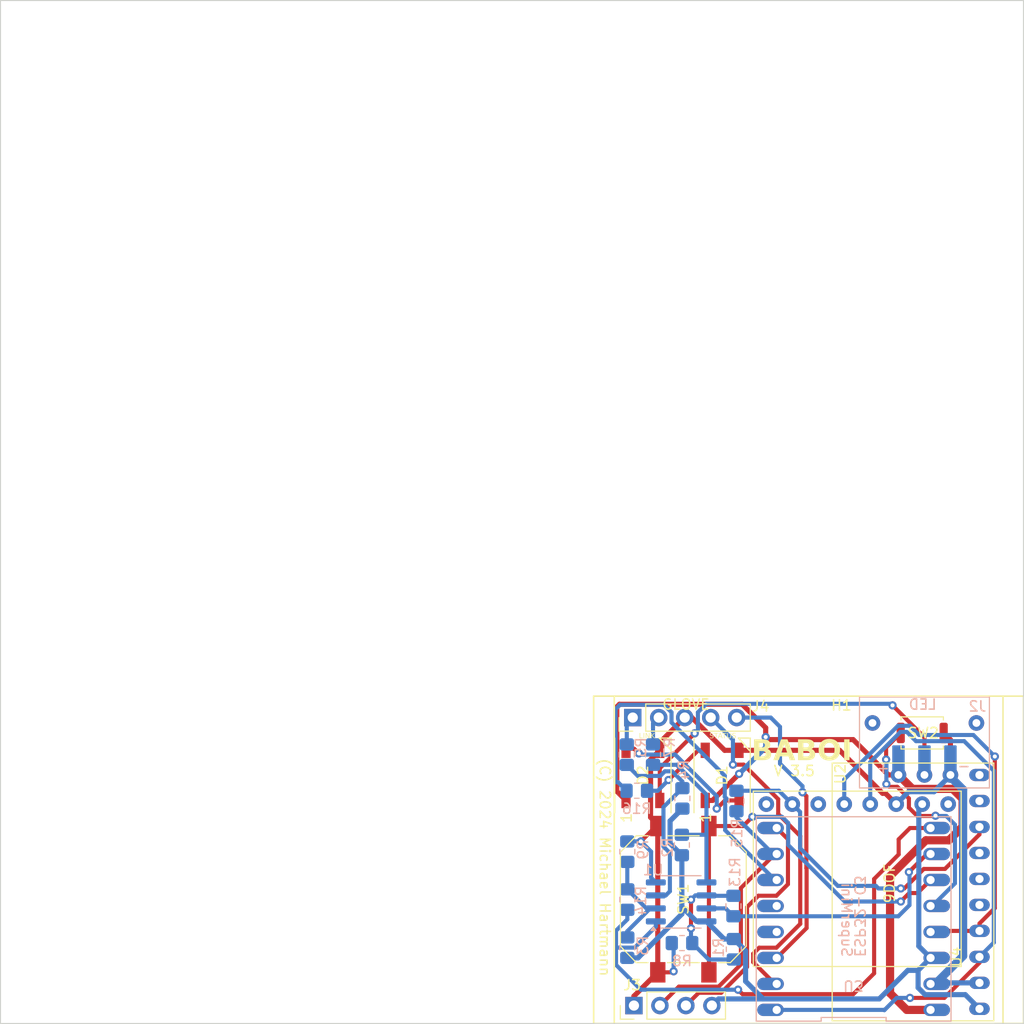
<source format=kicad_pcb>
(kicad_pcb (version 20240108) (generator "pcbnew") (generator_version "8.0")
  (layers (0 "F.Cu" signal) (31 "B.Cu" signal) (34 "B.Paste" user) (35 "F.Paste" user) (36 "B.SilkS" user "B.Silkscreen") (37 "F.SilkS" user "F.Silkscreen") (38 "B.Mask" user) (39 "F.Mask" user) (44 "Edge.Cuts" user))
  (net 0 "")
  (net 1 "/VBUS")
  (net 2 "Net-(D1-DOUT)")
  (net 3 "Net-(D1-DIN)")
  (net 4 "GND1")
  (net 5 "Net-(J4-Pin_2)")
  (net 6 "Net-(J4-Pin_1)")
  (net 7 "Net-(J3-Pin_2)")
  (net 8 "Net-(J3-Pin_3)")
  (net 9 "Net-(U1-VinB+)")
  (net 10 "Net-(D2-DOUT)")
  (net 11 "/VCC_3V3")
  (net 12 "/SPARE1")
  (net 13 "Net-(U1-VinA+)")
  (net 14 "Net-(U1-VinB-)")
  (net 15 "Net-(U1-VinA-)")
  (net 16 "/ADC1_1")
  (net 17 "/ADC1_0")
  (net 18 "Net-(U2-INT)")
  (net 19 "Net-(U3-GPIO10)")
  (net 20 "/BUTTON1")
  (net 21 "/SPARE2")
  (net 22 "/BUTTON2")
  (net 32 "/SCL")
  (net 33 "/SDA")
  (footprint "MountingHole:MountingHole_2mm" (layer "F.Cu") (at 169 95.75)
    (property "Reference" "H1" (at 3.2 -1.85 180) (layer "F.SilkS"))
    (property "Value" "MountingHole" (hide yes))
    (pad "" np_thru_hole circle (at 0 0) (size 2 2) (drill 2) (layers "*.Cu" "*.Mask"))
  )
  (footprint "Connector_PinHeader_2.54mm:PinHeader_1x04_P2.54mm_Vertical" (layer "F.Cu") (at 151.92 123.25 90)
    (property "Reference" "J3" (at 2 -0.17 0) (layer "F.SilkS"))
    (property "Value" "Conn_01x04_Pin" (hide yes))
    (pad "1" thru_hole rect (at 0 0 90) (size 1.7 1.7) (drill 1) (layers "*.Cu" "*.Mask") (net 4 "GND1"))
    (pad "2" thru_hole oval (at 0 2.54 90) (size 1.7 1.7) (drill 1) (layers "*.Cu" "*.Mask") (net 7 "Net-(J3-Pin_2)"))
    (pad "3" thru_hole oval (at 0 5.08 90) (size 1.7 1.7) (drill 1) (layers "*.Cu" "*.Mask") (net 8 "Net-(J3-Pin_3)"))
    (pad "4" thru_hole oval (at 0 7.62 90) (size 1.7 1.7) (drill 1) (layers "*.Cu" "*.Mask") (net 11 "/VCC_3V3"))
  )
  (footprint "LED_SMD:LED_WS2812B_PLCC4_5.0x5.0mm_P3.2mm" (layer "F.Cu") (at 152.797 100.75 90)
    (property "Reference" "D2" (at 0 0 90) (layer "F.SilkS"))
    (property "Value" "WS2812B" (hide yes))
    (fp_text user "1" (at -4.15 -1.6 90) (layer "F.SilkS"))
    (pad "1" smd rect (at -2.45 -1.65 90) (size 1.5 0.9) (layers "F.Cu" "F.Paste" "F.Mask") (net 1 "/VBUS"))
    (pad "2" smd rect (at -2.45 1.65 90) (size 1.5 0.9) (layers "F.Cu" "F.Paste" "F.Mask") (net 10 "Net-(D2-DOUT)"))
    (pad "3" smd rect (at 2.45 1.65 90) (size 1.5 0.9) (layers "F.Cu" "F.Paste" "F.Mask") (net 4 "GND1"))
    (pad "4" smd rect (at 2.45 -1.65 90) (size 1.5 0.9) (layers "F.Cu" "F.Paste" "F.Mask") (net 2 "Net-(D1-DOUT)"))
  )
  (footprint "LED_SMD:LED_WS2812B_PLCC4_5.0x5.0mm_P3.2mm" (layer "F.Cu") (at 160.542 100.748 90)
    (property "Reference" "D1" (at 0 0 90) (layer "F.SilkS"))
    (property "Value" "WS2812B" (hide yes))
    (fp_text user "1" (at -4.15 -1.6 90) (layer "F.SilkS"))
    (pad "1" smd rect (at -2.45 -1.65 90) (size 1.5 0.9) (layers "F.Cu" "F.Paste" "F.Mask") (net 1 "/VBUS"))
    (pad "2" smd rect (at -2.45 1.65 90) (size 1.5 0.9) (layers "F.Cu" "F.Paste" "F.Mask") (net 2 "Net-(D1-DOUT)"))
    (pad "3" smd rect (at 2.45 1.65 90) (size 1.5 0.9) (layers "F.Cu" "F.Paste" "F.Mask") (net 4 "GND1"))
    (pad "4" smd rect (at 2.45 -1.65 90) (size 1.5 0.9) (layers "F.Cu" "F.Paste" "F.Mask") (net 3 "Net-(D1-DIN)"))
  )
  (footprint "Button_Switch_SMD:SW_Push_SPST_NO_Alps_SKRK" (layer "F.Cu") (at 180.1 96.6)
    (property "Reference" "SW2" (at 0.1 0 360) (layer "F.SilkS"))
    (property "Value" "SW_DIP_x01" (hide yes))
    (pad "1" smd roundrect (at -2.1 0) (size 0.8 2) (layers "F.Cu" "F.Paste" "F.Mask") (net 22 "/BUTTON2"))
    (pad "2" smd roundrect (at 2.1 0) (size 0.8 2) (layers "F.Cu" "F.Paste" "F.Mask") (net 4 "GND1"))
  )
  (footprint "midi_arm:GY-85" (layer "F.Cu") (at 187.72 103.5558 -90)
    (property "Reference" "U4" (at 14.9442 4.32 90) (layer "F.SilkS"))
    (property "Value" "~" (hide yes))
    (pad "1" thru_hole circle (at 0 5.08 270) (size 1.524 1.524) (drill 0.762) (layers "*.Cu" "*.Mask"))
    (pad "2" thru_hole circle (at 0 7.62 270) (size 1.524 1.524) (drill 0.762) (layers "*.Cu" "*.Mask") (net 11 "/VCC_3V3"))
    (pad "3" thru_hole circle (at 0 10.16 270) (size 1.524 1.524) (drill 0.762) (layers "*.Cu" "*.Mask") (net 4 "GND1"))
    (pad "4" thru_hole circle (at 0 12.7 270) (size 1.524 1.524) (drill 0.762) (layers "*.Cu" "*.Mask") (net 32 "/SCL"))
    (pad "5" thru_hole circle (at 0 15.24 270) (size 1.524 1.524) (drill 0.762) (layers "*.Cu" "*.Mask") (net 33 "/SDA"))
    (pad "6" thru_hole circle (at 0 17.78 270) (size 1.524 1.524) (drill 0.762) (layers "*.Cu" "*.Mask"))
    (pad "7" thru_hole circle (at 0 20.32 270) (size 1.524 1.524) (drill 0.762) (layers "*.Cu" "*.Mask") (net 18 "Net-(U2-INT)"))
    (pad "8" thru_hole circle (at 0 22.86 270) (size 1.524 1.524) (drill 0.762) (layers "*.Cu" "*.Mask"))
  )
  (footprint "midi_arm:9250_MOD" (layer "F.Cu") (at 185.7 112.141 90)
    (property "Reference" "U2" (at 11.541 -13.6 90) (layer "F.SilkS"))
    (property "Value" "~")
    (fp_text user "9DOF" (at -1.2 -8.2 90) (layer "F.SilkS") (effects (justify left bottom)))
    (pad "1" thru_hole oval (at -11.43 0 90) (size 1.2 2) (drill 0.8) (layers "*.Cu" "*.Mask") (net 11 "/VCC_3V3"))
    (pad "2" thru_hole oval (at -8.89 0 90) (size 1.2 2) (drill 0.8) (layers "*.Cu" "*.Mask") (net 4 "GND1"))
    (pad "3" thru_hole oval (at -6.35 0 90) (size 1.2 2) (drill 0.8) (layers "*.Cu" "*.Mask") (net 32 "/SCL"))
    (pad "4" thru_hole oval (at -3.81 0 90) (size 1.2 2) (drill 0.8) (layers "*.Cu" "*.Mask") (net 33 "/SDA"))
    (pad "5" thru_hole oval (at -1.27 0 90) (size 1.2 2) (drill 0.8) (layers "*.Cu" "*.Mask"))
    (pad "6" thru_hole oval (at 1.27 0 90) (size 1.2 2) (drill 0.8) (layers "*.Cu" "*.Mask"))
    (pad "7" thru_hole oval (at 3.81 0 90) (size 1.2 2) (drill 0.8) (layers "*.Cu" "*.Mask"))
    (pad "8" thru_hole oval (at 6.35 0 90) (size 1.2 2) (drill 0.8) (layers "*.Cu" "*.Mask") (net 18 "Net-(U2-INT)"))
    (pad "9" thru_hole oval (at 8.89 0 90) (size 1.2 2) (drill 0.8) (layers "*.Cu" "*.Mask"))
    (pad "10" thru_hole oval (at 11.43 0 90) (size 1.2 2) (drill 0.8) (layers "*.Cu" "*.Mask"))
  )
  (footprint "midi_arm:SW_Push_SMD" (layer "F.Cu") (at 156.75 112.85 -90)
    (property "Reference" "SW1" (at 0 0 90) (layer "F.SilkS"))
    (property "Value" "SW_MEC_5E" (hide yes))
    (pad "1" smd rect (at -7.15 -2.5 270) (size 2 1.5) (layers "F.Cu" "F.Paste" "F.Mask") (net 20 "/BUTTON1"))
    (pad "1" smd rect (at 7.15 -2.5 270) (size 2 1.5) (layers "F.Cu" "F.Paste" "F.Mask") (net 20 "/BUTTON1"))
    (pad "2" smd rect (at -7.15 2.5 270) (size 2 1.5) (layers "F.Cu" "F.Paste" "F.Mask") (net 4 "GND1"))
    (pad "2" smd rect (at 7.15 2.5 270) (size 2 1.5) (layers "F.Cu" "F.Paste" "F.Mask") (net 4 "GND1"))
  )
  (footprint "Connector_PinHeader_2.54mm:PinHeader_1x05_P2.54mm_Vertical" (layer "F.Cu") (at 151.8054 95.0976 90)
    (property "Reference" "J4" (at 1.0976 12.4946 180) (layer "F.SilkS"))
    (property "Value" "Conn_01x05_Pin" (hide yes))
    (pad "1" thru_hole rect (at 0 0 90) (size 1.7 1.7) (drill 1) (layers "*.Cu" "*.Mask") (net 6 "Net-(J4-Pin_1)"))
    (pad "2" thru_hole oval (at 0 2.54 90) (size 1.7 1.7) (drill 1) (layers "*.Cu" "*.Mask") (net 5 "Net-(J4-Pin_2)"))
    (pad "3" thru_hole oval (at 0 5.08 90) (size 1.7 1.7) (drill 1) (layers "*.Cu" "*.Mask") (net 4 "GND1"))
    (pad "4" thru_hole oval (at 0 7.62 90) (size 1.7 1.7) (drill 1) (layers "*.Cu" "*.Mask") (net 12 "/SPARE1"))
    (pad "5" thru_hole oval (at 0 10.16 90) (size 1.7 1.7) (drill 1) (layers "*.Cu" "*.Mask") (net 21 "/SPARE2"))
  )
  (footprint "Resistor_SMD:R_0805_2012Metric_Pad1.20x1.40mm_HandSolder" (layer "B.Cu") (at 151.272 108.204 90)
    (property "Reference" "R9" (at 0.204 1.528 90) (layer "B.SilkS") (effects (justify mirror)))
    (property "Value" "33K" (hide yes))
    (pad "1" smd roundrect (at -1 0 90) (size 1.2 1.4) (layers "B.Cu" "B.Paste" "B.Mask") (roundrect_rratio 0.208333) (net 15 "Net-(U1-VinA-)"))
    (pad "2" smd roundrect (at 1 0 90) (size 1.2 1.4) (layers "B.Cu" "B.Paste" "B.Mask") (roundrect_rratio 0.208333) (net 4 "GND1"))
  )
  (footprint "midi_arm:LED_conn" (layer "B.Cu") (at 187.94 100.705 90)
    (property "Reference" "J2" (at 6.705 -2.44 0) (layer "B.SilkS") (effects (justify mirror)))
    (property "Value" "Conn_01x03_Pin" (hide yes))
    (fp_poly (pts (xy 0.508 -9.652) (xy 2.794 -9.652) (xy 2.794 -10.668) (xy 0.508 -10.668)) (stroke (width 0.2)) (fill solid) (layer "B.Cu"))
    (fp_poly (pts (xy 0.508 -7.112) (xy 2.794 -7.112) (xy 2.794 -8.128) (xy 0.508 -8.128)) (stroke (width 0.2)) (fill solid) (layer "B.Cu"))
    (fp_poly (pts (xy 0.508 -4.572) (xy 2.794 -4.572) (xy 2.794 -5.588) (xy 0.508 -5.588)) (stroke (width 0.2)) (fill solid) (layer "B.Cu"))
    (pad "" thru_hole circle (at 5.08 -12.7 90) (size 1.524 1.524) (drill 0.762) (layers "*.Cu" "*.Mask"))
    (pad "" thru_hole circle (at 5.08 -2.54 90) (size 1.524 1.524) (drill 0.762) (layers "*.Cu" "*.Mask"))
    (pad "1" thru_hole circle (at 0 -5.08 90) (size 1.524 1.524) (drill 0.762) (layers "*.Cu" "*.Mask") (net 4 "GND1"))
    (pad "2" thru_hole circle (at 0 -7.62 90) (size 1.524 1.524) (drill 0.762) (layers "*.Cu" "*.Mask") (net 10 "Net-(D2-DOUT)"))
    (pad "3" thru_hole circle (at 0 -10.16 90) (size 1.524 1.524) (drill 0.762) (layers "*.Cu" "*.Mask") (net 1 "/VBUS"))
  )
  (footprint "Package_SO:SOIC-8_3.9x4.9mm_P1.27mm" (layer "B.Cu") (at 156.535 113.115)
    (property "Reference" "U1" (at -2.735 -3.115 360) (layer "B.SilkS") (effects (justify mirror)))
    (property "Value" "~")
    (pad "1" smd roundrect (at -2.475 1.905) (size 1.95 0.6) (layers "B.Cu" "B.Paste" "B.Mask") (net 17 "/ADC1_0"))
    (pad "2" smd roundrect (at -2.475 0.635) (size 1.95 0.6) (layers "B.Cu" "B.Paste" "B.Mask") (net 15 "Net-(U1-VinA-)"))
    (pad "3" smd roundrect (at -2.475 -0.635) (size 1.95 0.6) (layers "B.Cu" "B.Paste" "B.Mask") (net 13 "Net-(U1-VinA+)"))
    (pad "4" smd roundrect (at -2.475 -1.905) (size 1.95 0.6) (layers "B.Cu" "B.Paste" "B.Mask") (net 4 "GND1"))
    (pad "5" smd roundrect (at 2.475 -1.905) (size 1.95 0.6) (layers "B.Cu" "B.Paste" "B.Mask") (net 9 "Net-(U1-VinB+)"))
    (pad "6" smd roundrect (at 2.475 -0.635) (size 1.95 0.6) (layers "B.Cu" "B.Paste" "B.Mask") (net 14 "Net-(U1-VinB-)"))
    (pad "7" smd roundrect (at 2.475 0.635) (size 1.95 0.6) (layers "B.Cu" "B.Paste" "B.Mask") (net 16 "/ADC1_1"))
    (pad "8" smd roundrect (at 2.475 1.905) (size 1.95 0.6) (layers "B.Cu" "B.Paste" "B.Mask") (net 11 "/VCC_3V3"))
  )
  (footprint "Resistor_SMD:R_0805_2012Metric_Pad1.20x1.40mm_HandSolder" (layer "B.Cu") (at 161.686 117.745 -90)
    (property "Reference" "R1" (at -0.145 1.486 90) (layer "B.SilkS") (effects (justify mirror)))
    (property "Value" "33K" (hide yes))
    (pad "1" smd roundrect (at -1 0 270) (size 1.2 1.4) (layers "B.Cu" "B.Paste" "B.Mask") (roundrect_rratio 0.208333) (net 11 "/VCC_3V3"))
    (pad "2" smd roundrect (at 1 0 270) (size 1.2 1.4) (layers "B.Cu" "B.Paste" "B.Mask") (roundrect_rratio 0.208333) (net 14 "Net-(U1-VinB-)"))
  )
  (footprint "Resistor_SMD:R_0805_2012Metric_Pad1.20x1.40mm_HandSolder" (layer "B.Cu") (at 156.6568 102.997 90)
    (property "Reference" "R4" (at 2.797 0.1432 90) (layer "B.SilkS") (effects (justify mirror)))
    (property "Value" "33K" (hide yes))
    (pad "1" smd roundrect (at -1 0 90) (size 1.2 1.4) (layers "B.Cu" "B.Paste" "B.Mask") (roundrect_rratio 0.208333) (net 11 "/VCC_3V3"))
    (pad "2" smd roundrect (at 1 0 90) (size 1.2 1.4) (layers "B.Cu" "B.Paste" "B.Mask") (roundrect_rratio 0.208333) (net 13 "Net-(U1-VinA+)"))
  )
  (footprint "Resistor_SMD:R_0805_2012Metric_Pad1.20x1.40mm_HandSolder" (layer "B.Cu") (at 151.272 117.586 90)
    (property "Reference" "R3" (at 0.186 1.528 90) (layer "B.SilkS") (effects (justify mirror)))
    (property "Value" "33K" (hide yes))
    (pad "1" smd roundrect (at -1 0 90) (size 1.2 1.4) (layers "B.Cu" "B.Paste" "B.Mask") (roundrect_rratio 0.208333) (net 11 "/VCC_3V3"))
    (pad "2" smd roundrect (at 1 0 90) (size 1.2 1.4) (layers "B.Cu" "B.Paste" "B.Mask") (roundrect_rratio 0.208333) (net 15 "Net-(U1-VinA-)"))
  )
  (footprint "Resistor_SMD:R_0805_2012Metric_Pad1.20x1.40mm_HandSolder" (layer "B.Cu") (at 151.272 112.887 -90)
    (property "Reference" "R14" (at 0.113 -1.328 90) (layer "B.SilkS") (effects (justify mirror)))
    (property "Value" "51K" (hide yes))
    (pad "1" smd roundrect (at -1 0 270) (size 1.2 1.4) (layers "B.Cu" "B.Paste" "B.Mask") (roundrect_rratio 0.208333) (net 15 "Net-(U1-VinA-)"))
    (pad "2" smd roundrect (at 1 0 270) (size 1.2 1.4) (layers "B.Cu" "B.Paste" "B.Mask") (roundrect_rratio 0.208333) (net 17 "/ADC1_0"))
  )
  (footprint "Resistor_SMD:R_0805_2012Metric_Pad1.20x1.40mm_HandSolder" (layer "B.Cu") (at 156.606 107.553 90)
    (property "Reference" "R2" (at -0.247 -1.406 90) (layer "B.SilkS") (effects (justify mirror)))
    (property "Value" "33K" (hide yes))
    (pad "1" smd roundrect (at -1 0 90) (size 1.2 1.4) (layers "B.Cu" "B.Paste" "B.Mask") (roundrect_rratio 0.208333) (net 11 "/VCC_3V3"))
    (pad "2" smd roundrect (at 1 0 90) (size 1.2 1.4) (layers "B.Cu" "B.Paste" "B.Mask") (roundrect_rratio 0.208333) (net 9 "Net-(U1-VinB+)"))
  )
  (footprint "Resistor_SMD:R_0805_2012Metric_Pad1.20x1.40mm_HandSolder" (layer "B.Cu") (at 152.2 102.25)
    (property "Reference" "R16" (at 0 1.75 0) (layer "B.SilkS") (effects (justify mirror)))
    (property "Value" "24K" (hide yes))
    (pad "1" smd roundrect (at -1 0) (size 1.2 1.4) (layers "B.Cu" "B.Paste" "B.Mask") (roundrect_rratio 0.208333) (net 19 "Net-(U3-GPIO10)"))
    (pad "2" smd roundrect (at 1 0) (size 1.2 1.4) (layers "B.Cu" "B.Paste" "B.Mask") (roundrect_rratio 0.208333) (net 3 "Net-(D1-DIN)"))
  )
  (footprint "Resistor_SMD:R_0805_2012Metric_Pad1.20x1.40mm_HandSolder" (layer "B.Cu") (at 153.7866 98.7138 -90)
    (property "Reference" "R5" (at -0.7138 1.1866 90) (layer "B.SilkS") (effects (justify mirror)))
    (property "Value" "10K" (hide yes))
    (pad "1" smd roundrect (at -1 0 270) (size 1.2 1.4) (layers "B.Cu" "B.Paste" "B.Mask") (roundrect_rratio 0.208333) (net 5 "Net-(J4-Pin_2)"))
    (pad "2" smd roundrect (at 1 0 270) (size 1.2 1.4) (layers "B.Cu" "B.Paste" "B.Mask") (roundrect_rratio 0.208333) (net 9 "Net-(U1-VinB+)"))
  )
  (footprint "Resistor_SMD:R_0805_2012Metric_Pad1.20x1.40mm_HandSolder" (layer "B.Cu") (at 151.2212 98.7204 -90)
    (property "Reference" "R7" (at -0.7204 -4.1788 90) (layer "B.SilkS") (effects (justify mirror)))
    (property "Value" "10K" (hide yes))
    (pad "1" smd roundrect (at -1 0 270) (size 1.2 1.4) (layers "B.Cu" "B.Paste" "B.Mask") (roundrect_rratio 0.208333) (net 6 "Net-(J4-Pin_1)"))
    (pad "2" smd roundrect (at 1 0 270) (size 1.2 1.4) (layers "B.Cu" "B.Paste" "B.Mask") (roundrect_rratio 0.208333) (net 13 "Net-(U1-VinA+)"))
  )
  (footprint "midi_arm:ESP32-C3_SuperMini" (layer "B.Cu") (at 173.397 114.7826 90)
    (property "Reference" "U3" (at -6.52 -0.02 180) (layer "B.SilkS") (effects (justify mirror)))
    (property "Value" "~" (hide yes))
    (fp_text user "ESP32-C3" (at -3.81 0 -90) (layer "B.SilkS") (effects (justify left bottom mirror)))
    (fp_text user "SuperMini" (at -3.81 -1.27 -90) (layer "B.SilkS") (effects (justify left bottom mirror)))
    (pad "1" thru_hole oval (at -8.89 7.52 90) (size 1.2 2.6) (drill 0.8 (offset 0 0.6)) (layers "*.Cu" "*.Mask") (net 1 "/VBUS"))
    (pad "2" thru_hole oval (at -6.35 7.52 90) (size 1.2 2.6) (drill 0.8 (offset 0 0.6)) (layers "*.Cu" "*.Mask") (net 4 "GND1"))
    (pad "3" thru_hole oval (at -3.81 7.52 90) (size 1.2 2.6) (drill 0.8 (offset 0 0.6)) (layers "*.Cu" "*.Mask") (net 11 "/VCC_3V3"))
    (pad "4" thru_hole oval (at -1.27 7.52 90) (size 1.2 2.6) (drill 0.8 (offset 0 0.6)) (layers "*.Cu" "*.Mask") (net 33 "/SDA"))
    (pad "5" thru_hole oval (at 1.27 7.52 90) (size 1.2 2.6) (drill 0.8 (offset 0 0.6)) (layers "*.Cu" "*.Mask") (net 22 "/BUTTON2"))
    (pad "6" thru_hole oval (at 3.81 7.52 90) (size 1.2 2.6) (drill 0.8 (offset 0 0.6)) (layers "*.Cu" "*.Mask") (net 20 "/BUTTON1"))
    (pad "7" thru_hole oval (at 6.35 7.52 90) (size 1.2 2.6) (drill 0.8 (offset 0 0.6)) (layers "*.Cu" "*.Mask") (net 16 "/ADC1_1"))
    (pad "8" thru_hole oval (at 8.89 7.52 90) (size 1.2 2.6) (drill 0.8 (offset 0 0.6)) (layers "*.Cu" "*.Mask") (net 17 "/ADC1_0"))
    (pad "9" thru_hole oval (at -8.89 -7.52 90) (size 1.2 2.6) (drill 0.8 (offset 0 -0.6)) (layers "*.Cu" "*.Mask") (net 32 "/SCL"))
    (pad "10" thru_hole oval (at -6.35 -7.52 90) (size 1.2 2.6) (drill 0.8 (offset 0 -0.6)) (layers "*.Cu" "*.Mask") (net 12 "/SPARE1"))
    (pad "11" thru_hole oval (at -3.81 -7.52 90) (size 1.2 2.6) (drill 0.8 (offset 0 -0.6)) (layers "*.Cu" "*.Mask") (net 21 "/SPARE2"))
    (pad "12" thru_hole oval (at -1.27 -7.52 90) (size 1.2 2.6) (drill 0.8 (offset 0 -0.6)) (layers "*.Cu" "*.Mask"))
    (pad "13" thru_hole oval (at 1.27 -7.52 90) (size 1.2 2.6) (drill 0.8 (offset 0 -0.6)) (layers "*.Cu" "*.Mask"))
    (pad "14" thru_hole oval (at 3.81 -7.52 90) (size 1.2 2.6) (drill 0.8 (offset 0 -0.6)) (layers "*.Cu" "*.Mask") (net 19 "Net-(U3-GPIO10)"))
    (pad "15" thru_hole oval (at 6.35 -7.52 90) (size 1.2 2.6) (drill 0.8 (offset 0 -0.6)) (layers "*.Cu" "*.Mask") (net 7 "Net-(J3-Pin_2)"))
    (pad "16" thru_hole oval (at 8.89 -7.52 90) (size 1.2 2.6) (drill 0.8 (offset 0 -0.6)) (layers "*.Cu" "*.Mask") (net 8 "Net-(J3-Pin_3)"))
  )
  (footprint "Resistor_SMD:R_0805_2012Metric_Pad1.20x1.40mm_HandSolder" (layer "B.Cu") (at 156.62 117.14 180)
    (property "Reference" "R8" (at 0 -1.75 360) (layer "B.SilkS") (effects (justify mirror)))
    (property "Value" "33K" (hide yes))
    (pad "1" smd roundrect (at -1 0 180) (size 1.2 1.4) (layers "B.Cu" "B.Paste" "B.Mask") (roundrect_rratio 0.208333) (net 14 "Net-(U1-VinB-)"))
    (pad "2" smd roundrect (at 1 0 180) (size 1.2 1.4) (layers "B.Cu" "B.Paste" "B.Mask") (roundrect_rratio 0.208333) (net 4 "GND1"))
  )
  (footprint "Resistor_SMD:R_0805_2012Metric_Pad1.20x1.40mm_HandSolder" (layer "B.Cu") (at 161.65 113.52 -90)
    (property "Reference" "R13" (at -3.32 -0.15 90) (layer "B.SilkS") (effects (justify mirror)))
    (property "Value" "51K" (hide yes))
    (pad "1" smd roundrect (at -1 0 270) (size 1.2 1.4) (layers "B.Cu" "B.Paste" "B.Mask") (roundrect_rratio 0.208333) (net 14 "Net-(U1-VinB-)"))
    (pad "2" smd roundrect (at 1 0 270) (size 1.2 1.4) (layers "B.Cu" "B.Paste" "B.Mask") (roundrect_rratio 0.208333) (net 16 "/ADC1_1"))
  )
  (footprint "Resistor_SMD:R_0805_2012Metric_Pad1.20x1.40mm_HandSolder" (layer "B.Cu") (at 161.94 103.25 90)
    (property "Reference" "R15" (at -3.15 0.06 90) (layer "B.SilkS") (effects (justify mirror)))
    (property "Value" "0k" (hide yes))
    (pad "1" smd roundrect (at -1 0 90) (size 1.2 1.4) (layers "B.Cu" "B.Paste" "B.Mask") (roundrect_rratio 0.208333) (net 7 "Net-(J3-Pin_2)"))
    (pad "2" smd roundrect (at 1 0 90) (size 1.2 1.4) (layers "B.Cu" "B.Paste" "B.Mask") (roundrect_rratio 0.208333) (net 18 "Net-(U2-INT)"))
  )
  (gr_line (start 190 93) (end 147.981907 93) (stroke (width 0.15)) (layer "F.SilkS"))
  (gr_line (start 155.5 98.2) (end 154.397 97.1) (stroke (width 0.15)) (layer "F.SilkS"))
  (gr_line (start 163.2 98.3) (end 162.142 97.098) (stroke (width 0.15)) (layer "F.SilkS"))
  (gr_line (start 190 125) (end 190 93) (stroke (width 0.15)) (layer "F.SilkS"))
  (gr_line (start 147.981907 125) (end 190 125) (stroke (width 0.15)) (layer "F.SilkS"))
  (gr_line (start 150 93) (end 150 125) (stroke (width 0.15)) (layer "F.SilkS"))
  (gr_line (start 147.981907 93) (end 147.981907 125) (stroke (width 0.15)) (layer "F.SilkS"))
  (gr_line (start 188 93) (end 188 125) (stroke (width 0.15)) (layer "F.SilkS"))
  (gr_rect (start 90 25) (end 190 125) (stroke (width 0.1)) (fill none) (layer "Edge.Cuts"))
  (gr_text "-" (at 184.9 100.4 0) (layer "B.SilkS") (effects (font (size 1 1)) (justify left bottom mirror)))
  (gr_text "LED" (at 181.6 94.4 -0) (layer "B.SilkS") (effects (font (size 1 1)) (justify left bottom mirror)))
  (gr_text "+" (at 177 100.6 -0) (layer "B.SilkS") (effects (font (size 1 1)) (justify left bottom mirror)))
  (gr_text "LINK" (at 152.4 97.2 0) (layer "F.SilkS") (effects (font (size 0.5 0.5) (thickness 0.125)) (justify left bottom)))
  (gr_text "STATUS" (at 159.3 97.2 0) (layer "F.SilkS") (effects (font (size 0.5 0.5) (thickness 0.125)) (justify left bottom)))
  (gr_text "V 3.5" (at 165.5 100.9 0) (layer "F.SilkS") (effects (font (size 1 1)) (justify left bottom)))
  (gr_text "BABOI" (at 163.4 99.6 0) (layer "F.SilkS") (effects (font (size 2 2) (thickness 0.25) (bold yes)) (justify left bottom)))
  (gr_text "(C) 2024 Michael Hartmann" (at 148.5 99 -90) (layer "F.SilkS") (effects (font (size 1 1)) (justify left bottom)))
  (gr_text "GLOVE" (at 154.6 94.4 0) (layer "F.SilkS") (effects (font (size 1 1)) (justify left bottom)))
  (gr_text "-" (at 175 99 180) (layer "F.SilkS") (effects (font (size 1 1)) (justify left bottom)))
  (segment (start 180.32 99.054) (end 180.154 99.054) (width 0.4) (layer "B.Cu") (net 0))
  (segment (start 182.714056 107.0926) (end 184.04558 105.761076) (width 0.8) (layer "F.Cu") (net 1))
  (segment (start 176.957537 110.595007) (end 176.957537 122.042463) (width 0.8) (layer "F.Cu") (net 1))
  (segment (start 179.142 102.067) (end 177.78 100.705) (width 0.8) (layer "F.Cu") (net 1))
  (segment (start 177.107082 100.705) (end 177.78 100.705) (width 0.4) (layer "F.Cu") (net 1))
  (segment (start 150.5054 93.7976) (end 150.247 94.056) (width 0.5) (layer "F.Cu") (net 1))
  (segment (start 150.247 102.3) (end 151.147 103.2) (width 0.5) (layer "F.Cu") (net 1))
  (segment (start 162.503878 93.7976) (end 150.5054 93.7976) (width 0.5) (layer "F.Cu") (net 1))
  (segment (start 164.8 97) (end 164.8 96.093722) (width 0.5) (layer "F.Cu") (net 1))
  (segment (start 182.714056 107.0926) (end 180.459944 107.0926) (width 0.8) (layer "F.Cu") (net 1))
  (segment (start 183.077359 102.067) (end 179.142 102.067) (width 0.8) (layer "F.Cu") (net 1))
  (segment (start 165.05 97.25) (end 173.35 97.25) (width 0.5) (layer "F.Cu") (net 1))
  (segment (start 159.602 103.198) (end 162.2 100.6) (width 0.5) (layer "F.Cu") (net 1))
  (segment (start 180.917 123.6726) (end 178.587675 123.6726) (width 0.8) (layer "F.Cu") (net 1))
  (segment (start 150.247 94.056) (end 150.247 102.3) (width 0.5) (layer "F.Cu") (net 1))
  (segment (start 164.8 96.093722) (end 162.503878 93.7976) (width 0.5) (layer "F.Cu") (net 1))
  (segment (start 158.892 103.198) (end 159.602 103.198) (width 0.5) (layer "F.Cu") (net 1))
  (segment (start 173.35 97.25) (end 176.805 100.705) (width 0.5) (layer "F.Cu") (net 1))
  (segment (start 178.587675 123.6726) (end 176.957537 122.042463) (width 0.8) (layer "F.Cu") (net 1))
  (segment (start 176.805 100.705) (end 177.78 100.705) (width 0.5) (layer "F.Cu") (net 1))
  (segment (start 164.8 97) (end 165.05 97.25) (width 0.5) (layer "F.Cu") (net 1))
  (segment (start 151.147 103.0456) (end 151.147 102.7456) (width 0.4) (layer "F.Cu") (net 1))
  (segment (start 180.459944 107.0926) (end 176.957537 110.595007) (width 0.8) (layer "F.Cu") (net 1))
  (segment (start 184.04558 105.761076) (end 184.04558 103.035221) (width 0.8) (layer "F.Cu") (net 1))
  (segment (start 184.04558 103.035221) (end 183.077359 102.067) (width 0.8) (layer "F.Cu") (net 1))
  (via (at 162.2 100.6) (size 0.8) (drill 0.4) (layers "F.Cu" "B.Cu") (net 1))
  (via (at 164.8 97) (size 0.8) (drill 0.4) (layers "F.Cu" "B.Cu") (net 1))
  (segment (start 164.8 98) (end 164.8 97) (width 0.5) (layer "B.Cu") (net 1))
  (segment (start 162.2 100.6) (end 164.8 98) (width 0.5) (layer "B.Cu") (net 1))
  (segment (start 162.192 103.198) (end 160.81578 103.198) (width 0.4) (layer "F.Cu") (net 2))
  (segment (start 151.147 98.1456) (end 151.9456 98.1456) (width 0.4) (layer "F.Cu") (net 2))
  (segment (start 160.81578 103.198) (end 160.017357 103.996423) (width 0.4) (layer "F.Cu") (net 2))
  (segment (start 151.9456 98.1456) (end 152.4 98.6) (width 0.4) (layer "F.Cu") (net 2))
  (via (at 152.4 98.6) (size 0.8) (drill 0.4) (layers "F.Cu" "B.Cu") (net 2))
  (via (at 160.017357 103.996423) (size 0.8) (drill 0.4) (layers "F.Cu" "B.Cu") (net 2))
  (segment (start 152.4 98.6) (end 152.5138 98.7138) (width 0.4) (layer "B.Cu") (net 2))
  (segment (start 152.5138 98.7138) (end 155.948294 98.7138) (width 0.4) (layer "B.Cu") (net 2))
  (segment (start 155.948294 98.7138) (end 160.017357 102.782863) (width 0.4) (layer "B.Cu") (net 2))
  (segment (start 160.017357 102.782863) (end 160.017357 103.996423) (width 0.4) (layer "B.Cu") (net 2))
  (segment (start 155.3 101.2) (end 158.202 98.298) (width 0.4) (layer "F.Cu") (net 3))
  (segment (start 158.202 98.298) (end 158.892 98.298) (width 0.4) (layer "F.Cu") (net 3))
  (via (at 155.3 101.2) (size 0.8) (drill 0.4) (layers "F.Cu" "B.Cu") (net 3))
  (segment (start 155.3 101.2) (end 154.25 102.25) (width 0.4) (layer "B.Cu") (net 3))
  (segment (start 154.25 102.25) (end 153.2 102.25) (width 0.4) (layer "B.Cu") (net 3))
  (segment (start 153.547 104.847) (end 153.547 99.2) (width 0.5) (layer "F.Cu") (net 4))
  (segment (start 180.9844 121.2) (end 180.917 121.1326) (width 0.8) (layer "F.Cu") (net 4))
  (segment (start 172.025207 98.298) (end 162.192 98.298) (width 0.5) (layer "F.Cu") (net 4))
  (segment (start 154.25 105.7) (end 154.1 105.7) (width 0.4) (layer "F.Cu") (net 4))
  (segment (start 154.25 105.55) (end 153.547 104.847) (width 0.5) (layer "F.Cu") (net 4))
  (segment (start 176.227207 102.5) (end 172.025207 98.298) (width 0.5) (layer "F.Cu") (net 4))
  (segment (start 182.86 97.26) (end 182.2 96.6) (width 0.5) (layer "F.Cu") (net 4))
  (segment (start 162.319 98.171) (end 162.192 98.298) (width 0.4) (layer "F.Cu") (net 4))
  (segment (start 154.25 120) (end 154.25 105.7) (width 0.5) (layer "F.Cu") (net 4))
  (segment (start 153.547 99.2) (end 154.447 98.3) (width 0.5) (layer "F.Cu") (net 4))
  (segment (start 177.56 103.5558) (end 176.5042 102.5) (width 0.5) (layer "F.Cu") (net 4))
  (segment (start 176.5042 102.5) (end 176.227207 102.5) (width 0.5) (layer "F.Cu") (net 4))
  (segment (start 155.7 120) (end 155.8 119.9) (width 0.4) (layer "F.Cu") (net 4))
  (segment (start 151.92 122.33) (end 154.25 120) (width 0.5) (layer "F.Cu") (net 4))
  (segment (start 160.787322 98.298) (end 157.586922 95.0976) (width 0.5) (layer "F.Cu") (net 4))
  (segment (start 154.447 98.3) (end 154.447 97.536) (width 0.5) (layer "F.Cu") (net 4))
  (segment (start 156.8854 95.0976) (end 156.8854 95.7072) (width 0.4) (layer "F.Cu") (net 4))
  (segment (start 182.86 100.705) (end 182.86 97.26) (width 0.5) (layer "F.Cu") (net 4))
  (segment (start 154.447 97.536) (end 156.8854 95.0976) (width 0.5) (layer "F.Cu") (net 4))
  (segment (start 154.1 105.7) (end 152.6 107.2) (width 0.4) (layer "F.Cu") (net 4))
  (segment (start 162.192 98.298) (end 160.787322 98.298) (width 0.5) (layer "F.Cu") (net 4))
  (segment (start 157.586922 95.0976) (end 156.8854 95.0976) (width 0.5) (layer "F.Cu") (net 4))
  (segment (start 154.25 105.7) (end 154.25 105.55) (width 0.5) (layer "F.Cu") (net 4))
  (segment (start 151.92 123.25) (end 151.92 122.33) (width 0.5) (layer "F.Cu") (net 4))
  (segment (start 154.25 120) (end 155.7 120) (width 0.4) (layer "F.Cu") (net 4))
  (via (at 155.8 119.9) (size 0.8) (drill 0.4) (layers "F.Cu" "B.Cu") (net 4))
  (via (at 152.6 107.2) (size 0.8) (drill 0.4) (layers "F.Cu" "B.Cu") (net 4))
  (segment (start 153.6 108.2) (end 153.6 110.75) (width 0.4) (layer "B.Cu") (net 4))
  (segment (start 155.8 117.32) (end 155.62 117.14) (width 0.4) (layer "B.Cu") (net 4))
  (segment (start 153.6 110.75) (end 154.06 111.21) (width 0.4) (layer "B.Cu") (net 4))
  (segment (start 181.2632 102.3438) (end 182.86 100.747) (width 0.5) (layer "B.Cu") (net 4))
  (segment (start 180.917 121.1326) (end 181.374056 121.1326) (width 0.8) (layer "B.Cu") (net 4))
  (segment (start 181.0186 121.031) (end 180.917 121.1326) (width 0.5) (layer "B.Cu") (net 4))
  (segment (start 155.8 119.9) (end 155.8 117.32) (width 0.4) (layer "B.Cu") (net 4))
  (segment (start 177.56 103.5558) (end 178.772 102.3438) (width 0.5) (layer "B.Cu") (net 4))
  (segment (start 181.374056 121.1326) (end 184.1 118.406656) (width 0.8) (layer "B.Cu") (net 4))
  (segment (start 152.6 107.2) (end 153.6 108.2) (width 0.4) (layer "B.Cu") (net 4))
  (segment (start 152.6 107.2) (end 151.276 107.2) (width 0.4) (layer "B.Cu") (net 4))
  (segment (start 184.1 102.137) (end 182.86 100.897) (width 0.8) (layer "B.Cu") (net 4))
  (segment (start 185.7 121.031) (end 181.0186 121.031) (width 0.5) (layer "B.Cu") (net 4))
  (segment (start 184.1 118.406656) (end 184.1 102.137) (width 0.8) (layer "B.Cu") (net 4))
  (segment (start 151.276 107.2) (end 151.272 107.204) (width 0.4) (layer "B.Cu") (net 4))
  (segment (start 178.772 102.3438) (end 181.2632 102.3438) (width 0.5) (layer "B.Cu") (net 4))
  (segment (start 153.7866 95.6564) (end 154.3454 95.0976) (width 0.4) (layer "B.Cu") (net 5))
  (segment (start 153.7866 97.7138) (end 153.7866 95.6564) (width 0.4) (layer "B.Cu") (net 5))
  (segment (start 151.2212 95.6818) (end 151.8054 95.0976) (width 0.4) (layer "B.Cu") (net 6))
  (segment (start 151.2212 97.7204) (end 151.2212 95.6818) (width 0.4) (layer "B.Cu") (net 6))
  (segment (start 156.31 121.4) (end 160.2 121.4) (width 0.4) (layer "F.Cu") (net 7))
  (segment (start 165.702786 108.4326) (end 165.877 108.4326) (width 0.4) (layer "F.Cu") (net 7))
  (segment (start 160.2 121.4) (end 162.377 119.223) (width 0.4) (layer "F.Cu") (net 7))
  (segment (start 162.377 119.223) (end 162.377 111.758386) (width 0.4) (layer "F.Cu") (net 7))
  (segment (start 154.46 123.25) (end 156.31 121.4) (width 0.4) (layer "F.Cu") (net 7))
  (segment (start 162.377 111.758386) (end 165.702786 108.4326) (width 0.4) (layer "F.Cu") (net 7))
  (segment (start 165.5226 108.4326) (end 161.94 104.85) (width 0.4) (layer "B.Cu") (net 7))
  (segment (start 161.94 104.85) (end 161.94 104.25) (width 0.4) (layer "B.Cu") (net 7))
  (segment (start 165.877 108.4326) (end 165.5226 108.4326) (width 0.4) (layer "B.Cu") (net 7))
  (segment (start 165.877 105.8926) (end 166.977 106.9926) (width 0.4) (layer "F.Cu") (net 8))
  (segment (start 162.977 113.623) (end 162.977 116.238386) (width 0.4) (layer "F.Cu") (net 8))
  (segment (start 165.851214 112.5126) (end 164.0874 112.5126) (width 0.4) (layer "F.Cu") (net 8))
  (segment (start 162.977 119.471528) (end 162.977 116.238386) (width 0.4) (layer "F.Cu") (net 8))
  (segment (start 160.448528 122) (end 162.977 119.471528) (width 0.4) (layer "F.Cu") (net 8))
  (segment (start 164.0874 112.5126) (end 162.977 113.623) (width 0.4) (layer "F.Cu") (net 8))
  (segment (start 158.25 122) (end 160.448528 122) (width 0.4) (layer "F.Cu") (net 8))
  (segment (start 166.977 111.386814) (end 165.851214 112.5126) (width 0.4) (layer "F.Cu") (net 8))
  (segment (start 166.977 106.9926) (end 166.977 111.386814) (width 0.4) (layer "F.Cu") (net 8))
  (segment (start 157 123.25) (end 158.25 122) (width 0.4) (layer "F.Cu") (net 8))
  (segment (start 159.01 106.6) (end 159.01 111.21) (width 0.4) (layer "B.Cu") (net 9))
  (segment (start 156.606 106.553) (end 158.963 106.553) (width 0.4) (layer "B.Cu") (net 9))
  (segment (start 156.099766 99.7138) (end 159.01 102.624034) (width 0.4) (layer "B.Cu") (net 9))
  (segment (start 159.01 102.624034) (end 159.01 106.6) (width 0.4) (layer "B.Cu") (net 9))
  (segment (start 158.963 106.553) (end 159.01 106.6) (width 0.4) (layer "B.Cu") (net 9))
  (segment (start 153.7866 99.7138) (end 156.099766 99.7138) (width 0.4) (layer "B.Cu") (net 9))
  (segment (start 180.32 100.705) (end 180.32 97.02) (width 0.4) (layer "F.Cu") (net 10))
  (segment (start 180.32 97.02) (end 177.2 93.9) (width 0.4) (layer "F.Cu") (net 10))
  (segment (start 154.447 103.0456) (end 154.447 100.053) (width 0.4) (layer "F.Cu") (net 10))
  (segment (start 154.447 100.053) (end 157.861058 96.638942) (width 0.4) (layer "F.Cu") (net 10))
  (via (at 177.2 93.9) (size 0.8) (drill 0.4) (layers "F.Cu" "B.Cu") (net 10))
  (via (at 157.861058 96.638942) (size 0.8) (drill 0.4) (layers "F.Cu" "B.Cu") (net 10))
  (segment (start 158.1754 94.579833) (end 158.1754 96.3246) (width 0.4) (layer "B.Cu") (net 10))
  (segment (start 158.1754 96.3246) (end 157.861058 96.638942) (width 0.4) (layer "B.Cu") (net 10))
  (segment (start 177.05 93.75) (end 159.005233 93.75) (width 0.4) (layer "B.Cu") (net 10))
  (segment (start 159.005233 93.75) (end 158.1754 94.579833) (width 0.4) (layer "B.Cu") (net 10))
  (segment (start 177.2 93.9) (end 177.05 93.75) (width 0.4) (layer "B.Cu") (net 10))
  (segment (start 175.9 122.6) (end 164.559476 122.6) (width 0.5) (layer "B.Cu") (net 11))
  (segment (start 179.7 119.8096) (end 178.6904 119.8096) (width 0.5) (layer "B.Cu") (net 11))
  (segment (start 160.735 116.745) (end 159.01 115.02) (width 0.5) (layer "B.Cu") (net 11))
  (segment (start 159.01 115.02) (end 158.035001 115.02) (width 0.5) (layer "B.Cu") (net 11))
  (segment (start 179.7 121.500524) (end 179.7 119.8096) (width 0.5) (layer "B.Cu") (net 11))
  (segment (start 156.606 114.301684) (end 152.321684 118.586) (width 0.5) (layer "B.Cu") (net 11))
  (segment (start 162.836 120.876524) (end 162.836 117.895) (width 0.5) (layer "B.Cu") (net 11))
  (segment (start 179.7 119.8096) (end 180.917 118.5926) (width 0.5) (layer "B.Cu") (net 11))
  (segment (start 164.559476 122.6) (end 162.836 120.876524) (width 0.5) (layer "B.Cu") (net 11))
  (segment (start 180.382076 122.1826) (end 179.7 121.500524) (width 0.5) (layer "B.Cu") (net 11))
  (segment (start 162.836 117.895) (end 161.686 116.745) (width 0.5) (layer "B.Cu") (net 11))
  (segment (start 179.767 103.8888) (end 179.767 117.4426) (width 0.5) (layer "B.Cu") (net 11))
  (segment (start 160.19 122.6) (end 164.559476 122.6) (width 0.5) (layer "B.Cu") (net 11))
  (segment (start 178.6904 119.8096) (end 175.9 122.6) (width 0.5) (layer "B.Cu") (net 11))
  (segment (start 184.3116 122.1826) (end 180.382076 122.1826) (width 0.5) (layer "B.Cu") (net 11))
  (segment (start 158.035001 115.02) (end 156.606 113.590999) (width 0.5) (layer "B.Cu") (net 11))
  (segment (start 156.606 113.590999) (end 156.606 114.301684) (width 0.5) (layer "B.Cu") (net 11))
  (segment (start 180.1 103.5558) (end 179.767 103.8888) (width 0.5) (layer "B.Cu") (net 11))
  (segment (start 159.54 123.25) (end 160.19 122.6) (width 0.5) (layer "B.Cu") (net 11))
  (segment (start 155.456 107.403) (end 155.456 105.1978) (width 0.5) (layer "B.Cu") (net 11))
  (segment (start 185.7 123.571) (end 184.3116 122.1826) (width 0.5) (layer "B.Cu") (net 11))
  (segment (start 156.606 113.590999) (end 156.606 108.553) (width 0.5) (layer "B.Cu") (net 11))
  (segment (start 155.456 105.1978) (end 156.6568 103.997) (width 0.5) (layer "B.Cu") (net 11))
  (segment (start 152.321684 118.586) (end 151.272 118.586) (width 0.5) (layer "B.Cu") (net 11))
  (segment (start 161.686 116.745) (end 160.735 116.745) (width 0.5) (layer "B.Cu") (net 11))
  (segment (start 179.767 117.4426) (end 180.917 118.5926) (width 0.5) (layer "B.Cu") (net 11))
  (segment (start 156.606 108.553) (end 155.456 107.403) (width 0.5) (layer "B.Cu") (net 11))
  (segment (start 166.022 104.522) (end 166.022 103.074483) (width 0.4) (layer "F.Cu") (net 12))
  (segment (start 162.646476 99.698959) (end 161.598959 99.698959) (width 0.4) (layer "F.Cu") (net 12))
  (segment (start 165.851214 117.5926) (end 168.177 115.266814) (width 0.4) (layer "F.Cu") (net 12))
  (segment (start 168.177 115.266814) (end 168.177 106.677) (width 0.4) (layer "F.Cu") (net 12))
  (segment (start 165.702786 121.1326) (end 163.577 119.006814) (width 0.4) (layer "F.Cu") (net 12))
  (segment (start 165.877 121.1326) (end 165.702786 121.1326) (width 0.4) (layer "F.Cu") (net 12))
  (segment (start 163.577 118.178386) (end 164.162786 117.5926) (width 0.4) (layer "F.Cu") (net 12))
  (segment (start 163.577 119.006814) (end 163.577 118.178386) (width 0.4) (layer "F.Cu") (net 12))
  (segment (start 166.022 103.074483) (end 162.646476 99.698959) (width 0.4) (layer "F.Cu") (net 12))
  (segment (start 164.162786 117.5926) (end 165.851214 117.5926) (width 0.4) (layer "F.Cu") (net 12))
  (segment (start 168.177 106.677) (end 166.022 104.522) (width 0.4) (layer "F.Cu") (net 12))
  (via (at 161.598959 99.698959) (size 0.8) (drill 0.4) (layers "F.Cu" "B.Cu") (net 12))
  (segment (start 161.598959 97.271159) (end 161.598959 99.698959) (width 0.4) (layer "B.Cu") (net 12))
  (segment (start 159.4254 95.0976) (end 161.598959 97.271159) (width 0.4) (layer "B.Cu") (net 12))
  (segment (start 156.6568 101.354718) (end 155.652082 100.35) (width 0.4) (layer "B.Cu") (net 13))
  (segment (start 154.806 107.706) (end 154.806 103.8478) (width 0.4) (layer "B.Cu") (net 13))
  (segment (start 154.947918 100.35) (end 154.497918 100.8) (width 0.4) (layer "B.Cu") (net 13))
  (segment (start 154.806 103.8478) (end 156.6568 101.997) (width 0.4) (layer "B.Cu") (net 13))
  (segment (start 154.497918 100.8) (end 152.3008 100.8) (width 0.4) (layer "B.Cu") (net 13))
  (segment (start 155.435 108.335) (end 154.806 107.706) (width 0.4) (layer "B.Cu") (net 13))
  (segment (start 154.06 112.48) (end 155.034999 112.48) (width 0.4) (layer "B.Cu") (net 13))
  (segment (start 155.435 112.079999) (end 155.435 108.335) (width 0.4) (layer "B.Cu") (net 13))
  (segment (start 152.3008 100.8) (end 151.2212 99.7204) (width 0.4) (layer "B.Cu") (net 13))
  (segment (start 155.034999 112.48) (end 155.435 112.079999) (width 0.4) (layer "B.Cu") (net 13))
  (segment (start 155.652082 100.35) (end 154.947918 100.35) (width 0.4) (layer "B.Cu") (net 13))
  (segment (start 156.6568 101.997) (end 156.6568 101.354718) (width 0.4) (layer "B.Cu") (net 13))
  (segment (start 157.5 112.9) (end 157.5 115.7) (width 0.4) (layer "F.Cu") (net 14))
  (via (at 157.5 112.9) (size 0.8) (drill 0.4) (layers "F.Cu" "B.Cu") (net 14))
  (via (at 157.5 115.7) (size 0.8) (drill 0.4) (layers "F.Cu" "B.Cu") (net 14))
  (segment (start 159.01 112.48) (end 157.92 112.48) (width 0.4) (layer "B.Cu") (net 14))
  (segment (start 157.92 112.48) (end 157.5 112.9) (width 0.4) (layer "B.Cu") (net 14))
  (segment (start 157.5 117.02) (end 157.62 117.14) (width 0.4) (layer "B.Cu") (net 14))
  (segment (start 159.225 118.745) (end 157.62 117.14) (width 0.4) (layer "B.Cu") (net 14))
  (segment (start 159.05 112.52) (end 159.01 112.48) (width 0.4) (layer "B.Cu") (net 14))
  (segment (start 161.65 112.52) (end 159.05 112.52) (width 0.4) (layer "B.Cu") (net 14))
  (segment (start 157.5 115.7) (end 157.5 117.02) (width 0.4) (layer "B.Cu") (net 14))
  (segment (start 161.686 118.745) (end 159.225 118.745) (width 0.4) (layer "B.Cu") (net 14))
  (segment (start 151.272 115.986) (end 153.508 113.75) (width 0.4) (layer "B.Cu") (net 15))
  (segment (start 153.508 113.75) (end 154.06 113.75) (width 0.4) (layer "B.Cu") (net 15))
  (segment (start 154.06 113.75) (end 153.135 113.75) (width 0.4) (layer "B.Cu") (net 15))
  (segment (start 151.272 109.204) (end 151.272 111.887) (width 0.4) (layer "B.Cu") (net 15))
  (segment (start 153.135 113.75) (end 151.272 111.887) (width 0.4) (layer "B.Cu") (net 15))
  (segment (start 151.272 116.586) (end 151.272 115.986) (width 0.4) (layer "B.Cu") (net 15))
  (segment (start 180.917 108.4326) (end 180.5674 108.4326) (width 0.4) (layer "F.Cu") (net 16))
  (segment (start 180.5674 108.4326) (end 178.8 110.2) (width 0.4) (layer "F.Cu") (net 16))
  (via (at 178.8 110.2) (size 0.8) (drill 0.4) (layers "F.Cu" "B.Cu") (net 16))
  (segment (start 177.767627 114.52) (end 161.65 114.52) (width 0.4) (layer "B.Cu") (net 16))
  (segment (start 161.65 114.52) (end 160.88 113.75) (width 0.4) (layer "B.Cu") (net 16))
  (segment (start 178.857537 110.257537) (end 178.857537 113.43009) (width 0.4) (layer "B.Cu") (net 16))
  (segment (start 178.857537 113.43009) (end 177.767627 114.52) (width 0.4) (layer "B.Cu") (net 16))
  (segment (start 160.88 113.75) (end 159.01 113.75) (width 0.4) (layer "B.Cu") (net 16))
  (segment (start 178.8 110.2) (end 178.857537 110.257537) (width 0.4) (layer "B.Cu") (net 16))
  (segment (start 173.3674 122.1326) (end 175.4 120.1) (width 0.4) (layer "F.Cu") (net 17))
  (segment (start 175.4 110.877556) (end 177.8 108.477556) (width 0.4) (layer "F.Cu") (net 17))
  (segment (start 177.8 107) (end 178.9074 105.8926) (width 0.4) (layer "F.Cu") (net 17))
  (segment (start 162.1 121.7) (end 162.5326 122.1326) (width 0.4) (layer "F.Cu") (net 17))
  (segment (start 177.8 108.477556) (end 177.8 107) (width 0.4) (layer "F.Cu") (net 17))
  (segment (start 162.5326 122.1326) (end 173.3674 122.1326) (width 0.4) (layer "F.Cu") (net 17))
  (segment (start 175.4 120.1) (end 175.4 110.877556) (width 0.4) (layer "F.Cu") (net 17))
  (segment (start 178.9074 105.8926) (end 180.917 105.8926) (width 0.4) (layer "F.Cu") (net 17))
  (via (at 162.1 121.7) (size 0.8) (drill 0.4) (layers "F.Cu" "B.Cu") (net 17))
  (segment (start 151.272 114.828) (end 151.1 115) (width 0.4) (layer "B.Cu") (net 17))
  (segment (start 151.998166 117.586) (end 150.186 117.586) (width 0.4) (layer "B.Cu") (net 17))
  (segment (start 152.6 121.7) (end 162.1 121.7) (width 0.4) (layer "B.Cu") (net 17))
  (segment (start 151.272 113.887) (end 151.272 114.828) (width 0.4) (layer "B.Cu") (net 17))
  (segment (start 150.172 119.272) (end 152.6 121.7) (width 0.4) (layer "B.Cu") (net 17))
  (segment (start 154.06 115.524166) (end 151.998166 117.586) (width 0.4) (layer "B.Cu") (net 17))
  (segment (start 150.172 115.928) (end 150.172 117.6) (width 0.4) (layer "B.Cu") (net 17))
  (segment (start 151.1 115) (end 150.172 115.928) (width 0.4) (layer "B.Cu") (net 17))
  (segment (start 154.06 115.02) (end 154.06 115.524166) (width 0.4) (layer "B.Cu") (net 17))
  (segment (start 150.172 117.6) (end 150.172 119.272) (width 0.4) (layer "B.Cu") (net 17))
  (segment (start 150.186 117.586) (end 150.172 117.6) (width 0.4) (layer "B.Cu") (net 17))
  (segment (start 185.7 106.516786) (end 182.323853 109.892933) (width 0.4) (layer "F.Cu") (net 18))
  (segment (start 178.346959 111.8) (end 178.007537 111.8) (width 0.4) (layer "F.Cu") (net 18))
  (segment (start 182.323853 109.892933) (end 180.254026 109.892933) (width 0.4) (layer "F.Cu") (net 18))
  (segment (start 185.7 105.791) (end 185.7 106.516786) (width 0.4) (layer "F.Cu") (net 18))
  (segment (start 180.254026 109.892933) (end 178.346959 111.8) (width 0.4) (layer "F.Cu") (net 18))
  (via (at 178.007537 111.8) (size 0.8) (drill 0.4) (layers "F.Cu" "B.Cu") (net 18))
  (segment (start 166.0942 102.25) (end 161.94 102.25) (width 0.4) (layer "B.Cu") (net 18))
  (segment (start 175.824526 111.8) (end 178.007537 111.8) (width 0.4) (layer "B.Cu") (net 18))
  (segment (start 167.4 103.5558) (end 168.161999 104.317799) (width 0.4) (layer "B.Cu") (net 18))
  (segment (start 168.161999 104.317799) (end 168.161999 107.864081) (width 0.4) (layer "B.Cu") (net 18))
  (segment (start 175.574526 111.55) (end 175.824526 111.8) (width 0.4) (layer "B.Cu") (net 18))
  (segment (start 168.161999 107.864081) (end 171.847918 111.55) (width 0.4) (layer "B.Cu") (net 18))
  (segment (start 171.847918 111.55) (end 175.574526 111.55) (width 0.4) (layer "B.Cu") (net 18))
  (segment (start 167.4 103.5558) (end 166.0942 102.25) (width 0.4) (layer "B.Cu") (net 18))
  (segment (start 160.8 102.847918) (end 160.8 100.779967) (width 0.4) (layer "B.Cu") (net 19))
  (segment (start 155.5954 94.579833) (end 154.863167 93.8476) (width 0.4) (layer "B.Cu") (net 19))
  (segment (start 154.863167 93.8476) (end 150.5554 93.8476) (width 0.4) (layer "B.Cu") (net 19))
  (segment (start 165.702786 110.9726) (end 160.84 106.109814) (width 0.4) (layer "B.Cu") (net 19))
  (segment (start 150.1212 94.2818) (end 150.1212 101.4112) (width 0.4) (layer "B.Cu") (net 19))
  (segment (start 160.961397 103.087861) (end 160.961397 103.009315) (width 0.4) (layer "B.Cu") (net 19))
  (segment (start 160.84 103.209258) (end 160.961397 103.087861) (width 0.4) (layer "B.Cu") (net 19))
  (segment (start 160.84 106.109814) (end 160.84 103.209258) (width 0.4) (layer "B.Cu") (net 19))
  (segment (start 150.1212 101.4112) (end 150.3612 101.4112) (width 0.4) (layer "B.Cu") (net 19))
  (segment (start 165.877 110.9726) (end 165.702786 110.9726) (width 0.4) (layer "B.Cu") (net 19))
  (segment (start 150.3612 101.4112) (end 151.2 102.25) (width 0.4) (layer "B.Cu") (net 19))
  (segment (start 150.5554 93.8476) (end 150.1212 94.2818) (width 0.4) (layer "B.Cu") (net 19))
  (segment (start 160.961397 103.009315) (end 160.8 102.847918) (width 0.4) (layer "B.Cu") (net 19))
  (segment (start 155.5954 95.575367) (end 155.5954 94.579833) (width 0.4) (layer "B.Cu") (net 19))
  (segment (start 160.8 100.779967) (end 155.5954 95.575367) (width 0.4) (layer "B.Cu") (net 19))
  (segment (start 179.6396 112.25) (end 178.835545 112.25) (width 0.4) (layer "F.Cu") (net 20))
  (segment (start 180.917 110.9726) (end 179.6396 112.25) (width 0.4) (layer "F.Cu") (net 20))
  (segment (start 163.5 104.8) (end 162.6 105.7) (width 0.4) (layer "F.Cu") (net 20))
  (segment (start 159.25 120) (end 159.25 105.7) (width 0.4) (layer "F.Cu") (net 20))
  (segment (start 162.6 105.7) (end 159.25 105.7) (width 0.4) (layer "F.Cu") (net 20))
  (segment (start 178.835545 112.25) (end 178.007537 113.078008) (width 0.4) (layer "F.Cu") (net 20))
  (via (at 163.5 104.8) (size 0.8) (drill 0.4) (layers "F.Cu" "B.Cu") (net 20))
  (via (at 178.007537 113.078008) (size 0.8) (drill 0.4) (layers "F.Cu" "B.Cu") (net 20))
  (segment (start 163.5 104.8) (end 166.4 104.8) (width 0.4) (layer "B.Cu") (net 20))
  (segment (start 172.527398 113.078008) (end 178.007537 113.078008) (width 0.4) (layer "B.Cu") (net 20))
  (segment (start 166.4 104.8) (end 167 105.4) (width 0.4) (layer "B.Cu") (net 20))
  (segment (start 167 105.4) (end 167 107.55061) (width 0.4) (layer "B.Cu") (net 20))
  (segment (start 167 107.55061) (end 172.527398 113.078008) (width 0.4) (layer "B.Cu") (net 20))
  (segment (start 168.777 109.831416) (end 168.777 102.777) (width 0.4) (layer "F.Cu") (net 21))
  (segment (start 168.777 109.831416) (end 168.8 109.854416) (width 0.4) (layer "F.Cu") (net 21))
  (segment (start 168.777 102.777) (end 168.4 102.4) (width 0.4) (layer "F.Cu") (net 21))
  (segment (start 168.8 109.854416) (end 168.8 115.6696) (width 0.4) (layer "F.Cu") (net 21))
  (segment (start 168.8 115.6696) (end 165.877 118.5926) (width 0.4) (layer "F.Cu") (net 21))
  (via (at 168.4 102.4) (size 0.8) (drill 0.4) (layers "F.Cu" "B.Cu") (net 21))
  (segment (start 168.4 102.4) (end 168.4 101.8) (width 0.4) (layer "B.Cu") (net 21))
  (segment (start 165.2976 95.0976) (end 161.9654 95.0976) (width 0.4) (layer "B.Cu") (net 21))
  (segment (start 166.2 99.6) (end 166.2 96) (width 0.4) (layer "B.Cu") (net 21))
  (segment (start 166.2 96) (end 165.2976 95.0976) (width 0.4) (layer "B.Cu") (net 21))
  (segment (start 168.4 101.8) (end 166.2 99.6) (width 0.4) (layer "B.Cu") (net 21))
  (segment (start 181.4 104.6926) (end 181.3748 104.7178) (width 0.4) (layer "F.Cu") (net 22))
  (segment (start 178.8 103.899117) (end 178.8 103) (width 0.4) (layer "F.Cu") (net 22))
  (segment (start 176.867 101.867) (end 176.6 101.6) (width 0.4) (layer "F.Cu") (net 22))
  (segment (start 176.572 98.028) (end 178 96.6) (width 0.4) (layer "F.Cu") (net 22))
  (segment (start 176.572 99.2) (end 176.572 98.028) (width 0.4) (layer "F.Cu") (net 22))
  (segment (start 177.667 101.867) (end 176.867 101.867) (width 0.4) (layer "F.Cu") (net 22))
  (segment (start 179.618683 104.7178) (end 178.8 103.899117) (width 0.4) (layer "F.Cu") (net 22))
  (segment (start 181.3748 104.7178) (end 179.618683 104.7178) (width 0.4) (layer "F.Cu") (net 22))
  (segment (start 178.8 103) (end 177.667 101.867) (width 0.4) (layer "F.Cu") (net 22))
  (via (at 181.4 104.6926) (size 0.8) (drill 0.4) (layers "F.Cu" "B.Cu") (net 22))
  (via (at 176.572 99.2) (size 0.8) (drill 0.4) (layers "F.Cu" "B.Cu") (net 22))
  (via (at 176.6 101.6) (size 0.8) (drill 0.4) (layers "F.Cu" "B.Cu") (net 22))
  (segment (start 183.3 111.303814) (end 183.3 109) (width 0.4) (layer "B.Cu") (net 22))
  (segment (start 182.456414 104.7178) (end 182.158683 104.7178) (width 0.4) (layer "B.Cu") (net 22))
  (segment (start 181.091214 113.5126) (end 183.3 111.303814) (width 0.4) (layer "B.Cu") (net 22))
  (segment (start 181.4252 104.7178) (end 181.4 104.6926) (width 0.4) (layer "B.Cu") (net 22))
  (segment (start 176.6 101.6) (end 176.6 99.228) (width 0.4) (layer "B.Cu") (net 22))
  (segment (start 176.6 99.228) (end 176.572 99.2) (width 0.4) (layer "B.Cu") (net 22))
  (segment (start 183.3 105.561386) (end 182.456414 104.7178) (width 0.4) (layer "B.Cu") (net 22))
  (segment (start 182.158683 104.7178) (end 181.4252 104.7178) (width 0.4) (layer "B.Cu") (net 22))
  (segment (start 183.3 109) (end 183.3 105.561386) (width 0.4) (layer "B.Cu") (net 22))
  (segment (start 180.917 113.5126) (end 181.091214 113.5126) (width 0.4) (layer "B.Cu") (net 22))
  (segment (start 185.7 118.491) (end 185.7 119.063814) (width 0.4) (layer "F.Cu") (net 32))
  (segment (start 185.7 119.063814) (end 182.263814 122.5) (width 0.4) (layer "F.Cu") (net 32))
  (segment (start 182.263814 122.5) (end 178.9 122.5) (width 0.4) (layer "F.Cu") (net 32))
  (via (at 178.9 122.5) (size 0.8) (drill 0.4) (layers "F.Cu" "B.Cu") (net 32))
  (segment (start 176.4 123.7) (end 176.3726 123.6726) (width 0.4) (layer "B.Cu") (net 32))
  (segment (start 185.7 118.491) (end 187.1 117.091) (width 0.4) (layer "B.Cu") (net 32))
  (segment (start 177.6 122.5) (end 176.4 123.7) (width 0.4) (layer "B.Cu") (net 32))
  (segment (start 184.203214 97.4) (end 179.48995 97.4) (width 0.4) (layer "B.Cu") (net 32))
  (segment (start 187.1 100.296786) (end 184.203214 97.4) (width 0.4) (layer "B.Cu") (net 32))
  (segment (start 177.975893 96.5) (end 175.02 99.455893) (width 0.4) (layer "B.Cu") (net 32))
  (segment (start 176.3726 123.6726) (end 165.877 123.6726) (width 0.4) (layer "B.Cu") (net 32))
  (segment (start 178.9 122.5) (end 177.6 122.5) (width 0.4) (layer "B.Cu") (net 32))
  (segment (start 179.48995 97.4) (end 178.58995 96.5) (width 0.4) (layer "B.Cu") (net 32))
  (segment (start 187.1 117.091) (end 187.1 100.296786) (width 0.4) (layer "B.Cu") (net 32))
  (segment (start 175.02 99.455893) (end 175.02 103.5558) (width 0.4) (layer "B.Cu") (net 32))
  (segment (start 178.58995 96.5) (end 177.975893 96.5) (width 0.4) (layer "B.Cu") (net 32))
  (segment (start 181.0186 115.951) (end 180.917 116.0526) (width 0.4) (layer "F.Cu") (net 33))
  (segment (start 187.2 113.725214) (end 185.7 115.225214) (width 0.4) (layer "F.Cu") (net 33))
  (segment (start 187.2 98.9) (end 187.2 113.725214) (width 0.4) (layer "F.Cu") (net 33))
  (segment (start 185.7 115.225214) (end 185.7 115.951) (width 0.4) (layer "F.Cu") (net 33))
  (segment (start 185.7 115.951) (end 181.0186 115.951) (width 0.4) (layer "F.Cu") (net 33))
  (via (at 187.2 98.9) (size 0.8) (drill 0.4) (layers "F.Cu" "B.Cu") (net 33))
  (segment (start 178.897056 95.9) (end 179.797056 96.8) (width 0.4) (layer "B.Cu") (net 33))
  (segment (start 185.1 96.8) (end 187.2 98.9) (width 0.4) (layer "B.Cu") (net 33))
  (segment (start 179.797056 96.8) (end 185.1 96.8) (width 0.4) (layer "B.Cu") (net 33))
  (segment (start 172.48 103.5558) (end 172.48 101.147365) (width 0.4) (layer "B.Cu") (net 33))
  (segment (start 177.727365 95.9) (end 178.897056 95.9) (width 0.4) (layer "B.Cu") (net 33))
  (segment (start 172.48 101.147365) (end 177.727365 95.9) (width 0.4) (layer "B.Cu") (net 33))
)
</source>
